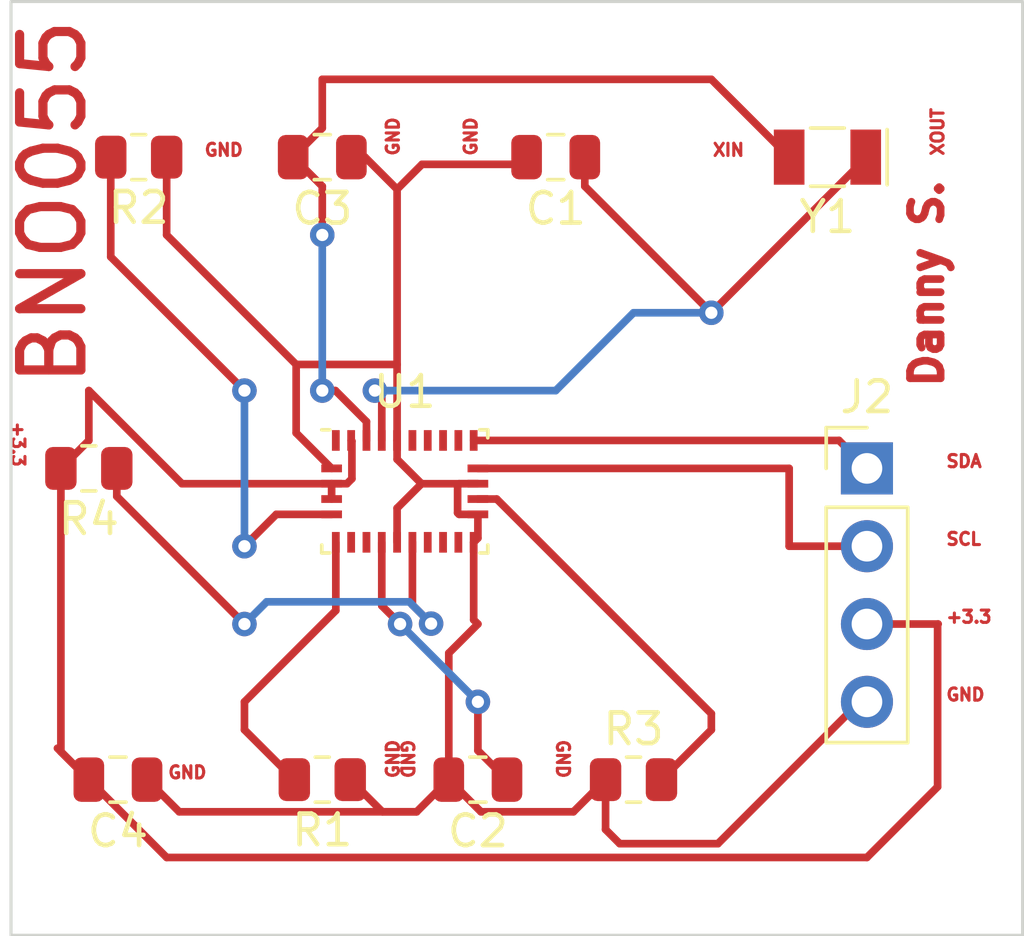
<source format=kicad_pcb>
(kicad_pcb (version 20221018) (generator pcbnew)
  (layers (0 "F.Cu" signal) (31 "B.Cu" signal) (34 "B.Paste" user) (35 "F.Paste" user) (36 "B.SilkS" user "B.Silkscreen") (37 "F.SilkS" user "F.Silkscreen") (38 "B.Mask" user) (39 "F.Mask" user) (44 "Edge.Cuts" user))
  (net 0 "")
  (net 1 "Net-(U1-XOUT32)")
  (net 2 "GND")
  (net 3 "Net-(U1-CAP)")
  (net 4 "Net-(U1-XIN32)")
  (net 5 "+3.3V")
  (net 6 "/SDA")
  (net 7 "/SCL")
  (net 8 "Net-(U1-PS0)")
  (net 9 "Net-(U1-PS1)")
  (net 10 "Net-(U1-COM3)")
  (net 11 "Net-(U1-~{RESET})")
  (footprint "Capacitor_SMD:C_0805_2012Metric" (layer "F.Cu") (at 142.24 86.36 180)
    (fp_text reference "C3" (at 0 -1.68) (layer "F.SilkS"))
    (fp_text value "22pF")
    (fp_line (start -0.261252 -0.735) (end 0.261252 -0.735) (stroke (width 0.12)) (layer "F.SilkS"))
    (fp_line (start -0.261252 0.735) (end 0.261252 0.735) (stroke (width 0.12)) (layer "F.SilkS"))
    (pad "1" smd roundrect (at -0.95 0 180) (size 1 1.45) (layers "F.Cu" "F.Paste" "F.Mask") (net 2 "GND"))
    (pad "2" smd roundrect (at 0.95 0 180) (size 1 1.45) (layers "F.Cu" "F.Paste" "F.Mask") (net 4 "Net-(U1-XIN32)"))
  )
  (footprint "Resistor_SMD:R_0805_2012Metric" (layer "F.Cu") (at 134.62 96.52 180)
    (fp_text reference "R4" (at 0 -1.65) (layer "F.SilkS"))
    (fp_text value "10K")
    (fp_line (start -0.227064 -0.735) (end 0.227064 -0.735) (stroke (width 0.12)) (layer "F.SilkS"))
    (fp_line (start -0.227064 0.735) (end 0.227064 0.735) (stroke (width 0.12)) (layer "F.SilkS"))
    (pad "1" smd roundrect (at -0.9125 0 180) (size 1.025 1.4) (layers "F.Cu" "F.Paste" "F.Mask") (roundrect_rratio 0.243902439) (net 11 "Net-(U1-~{RESET})"))
    (pad "2" smd roundrect (at 0.9125 0 180) (size 1.025 1.4) (layers "F.Cu" "F.Paste" "F.Mask") (roundrect_rratio 0.243902439) (net 5 "+3.3V"))
  )
  (footprint "Resistor_SMD:R_0805_2012Metric" (layer "F.Cu") (at 136.2475 86.36 180)
    (fp_text reference "R2" (at 0 -1.65) (layer "F.SilkS"))
    (fp_text value "10K")
    (fp_line (start -0.227064 -0.735) (end 0.227064 -0.735) (stroke (width 0.12)) (layer "F.SilkS"))
    (fp_line (start -0.227064 0.735) (end 0.227064 0.735) (stroke (width 0.12)) (layer "F.SilkS"))
    (pad "1" smd roundrect (at -0.9125 0 180) (size 1.025 1.4) (layers "F.Cu" "F.Paste" "F.Mask") (roundrect_rratio 0.243902439) (net 2 "GND"))
    (pad "2" smd roundrect (at 0.9125 0 180) (size 1.025 1.4) (layers "F.Cu" "F.Paste" "F.Mask") (roundrect_rratio 0.243902439) (net 9 "Net-(U1-PS1)"))
  )
  (footprint "Resistor_SMD:R_0805_2012Metric" (layer "F.Cu") (at 152.4 106.68)
    (fp_text reference "R3" (at 0 -1.65) (layer "F.SilkS"))
    (fp_text value "10K")
    (fp_line (start -0.227064 -0.735) (end 0.227064 -0.735) (stroke (width 0.12)) (layer "F.SilkS"))
    (fp_line (start -0.227064 0.735) (end 0.227064 0.735) (stroke (width 0.12)) (layer "F.SilkS"))
    (pad "1" smd roundrect (at -0.9125 0) (size 1.025 1.4) (layers "F.Cu" "F.Paste" "F.Mask") (roundrect_rratio 0.243902439) (net 2 "GND"))
    (pad "2" smd roundrect (at 0.9125 0) (size 1.025 1.4) (layers "F.Cu" "F.Paste" "F.Mask") (roundrect_rratio 0.243902439) (net 10 "Net-(U1-COM3)"))
  )
  (footprint "Crystal:Crystal_SMD_MicroCrystal_CC7V-T1A-2Pin_3.2x1.5mm" (layer "F.Cu") (at 158.73 86.36 180)
    (fp_text reference "Y1" (at 0 -1.95) (layer "F.SilkS"))
    (fp_text value "32.768kHz")
    (fp_line (start -1.95 -0.9) (end -1.95 0.9) (stroke (width 0.12)) (layer "F.SilkS"))
    (fp_line (start -0.55 -0.95) (end 0.55 -0.95) (stroke (width 0.12)) (layer "F.SilkS"))
    (fp_line (start -0.55 0.95) (end 0.55 0.95) (stroke (width 0.12)) (layer "F.SilkS"))
    (pad "1" smd rect (at -1.25 0 180) (size 1 1.8) (layers "F.Cu" "F.Paste" "F.Mask") (net 1 "Net-(U1-XOUT32)"))
    (pad "2" smd rect (at 1.25 0 180) (size 1 1.8) (layers "F.Cu" "F.Paste" "F.Mask") (net 4 "Net-(U1-XIN32)"))
  )
  (footprint "Capacitor_SMD:C_0805_2012Metric" (layer "F.Cu") (at 135.57 106.68 180)
    (fp_text reference "C4" (at 0 -1.68) (layer "F.SilkS"))
    (fp_text value "0.1uF")
    (fp_line (start -0.261252 -0.735) (end 0.261252 -0.735) (stroke (width 0.12)) (layer "F.SilkS"))
    (fp_line (start -0.261252 0.735) (end 0.261252 0.735) (stroke (width 0.12)) (layer "F.SilkS"))
    (pad "1" smd roundrect (at -0.95 0 180) (size 1 1.45) (layers "F.Cu" "F.Paste" "F.Mask") (net 2 "GND"))
    (pad "2" smd roundrect (at 0.95 0 180) (size 1 1.45) (layers "F.Cu" "F.Paste" "F.Mask") (net 5 "+3.3V"))
  )
  (footprint "Capacitor_SMD:C_0805_2012Metric" (layer "F.Cu") (at 147.32 106.68 180)
    (fp_text reference "C2" (at 0 -1.68) (layer "F.SilkS"))
    (fp_text value "0.1uF")
    (fp_line (start -0.261252 -0.735) (end 0.261252 -0.735) (stroke (width 0.12)) (layer "F.SilkS"))
    (fp_line (start -0.261252 0.735) (end 0.261252 0.735) (stroke (width 0.12)) (layer "F.SilkS"))
    (pad "1" smd roundrect (at -0.95 0 180) (size 1 1.45) (layers "F.Cu" "F.Paste" "F.Mask") (net 3 "Net-(U1-CAP)"))
    (pad "2" smd roundrect (at 0.95 0 180) (size 1 1.45) (layers "F.Cu" "F.Paste" "F.Mask") (net 2 "GND"))
  )
  (footprint "Capacitor_SMD:C_0805_2012Metric" (layer "F.Cu") (at 149.86 86.36 180)
    (fp_text reference "C1" (at 0 -1.68) (layer "F.SilkS"))
    (fp_text value "22pF")
    (fp_line (start -0.261252 -0.735) (end 0.261252 -0.735) (stroke (width 0.12)) (layer "F.SilkS"))
    (fp_line (start -0.261252 0.735) (end 0.261252 0.735) (stroke (width 0.12)) (layer "F.SilkS"))
    (pad "1" smd roundrect (at -0.95 0 180) (size 1 1.45) (layers "F.Cu" "F.Paste" "F.Mask") (net 1 "Net-(U1-XOUT32)"))
    (pad "2" smd roundrect (at 0.95 0 180) (size 1 1.45) (layers "F.Cu" "F.Paste" "F.Mask") (net 2 "GND"))
  )
  (footprint "Package_LGA:LGA-28_5.2x3.8mm_P0.5mm" (layer "F.Cu") (at 144.9325 97.27)
    (fp_text reference "U1" (at 0 -3.25) (layer "F.SilkS"))
    (fp_text value "BNO055")
    (fp_line (start -2.71 -2.01) (end -2.45 -2.01) (stroke (width 0.12)) (layer "F.SilkS"))
    (fp_line (start -2.71 2.01) (end -2.71 1.75) (stroke (width 0.12)) (layer "F.SilkS"))
    (fp_line (start -2.71 2.01) (end -2.45 2.01) (stroke (width 0.12)) (layer "F.SilkS"))
    (fp_line (start 2.71 -2.01) (end 2.45 -2.01) (stroke (width 0.12)) (layer "F.SilkS"))
    (fp_line (start 2.71 -2.01) (end 2.71 -1.75) (stroke (width 0.12)) (layer "F.SilkS"))
    (fp_line (start 2.71 2.01) (end 2.45 2.01) (stroke (width 0.12)) (layer "F.SilkS"))
    (fp_line (start 2.71 2.01) (end 2.71 1.75) (stroke (width 0.12)) (layer "F.SilkS"))
    (pad "1" smd rect (at -2.25 -1.6625) (size 0.254 0.675) (layers "F.Cu" "F.Paste" "F.Mask"))
    (pad "2" smd rect (at -2.3875 -0.75 90) (size 0.254 0.675) (layers "F.Cu" "F.Paste" "F.Mask") (net 2 "GND"))
    (pad "3" smd rect (at -2.3875 -0.25 90) (size 0.254 0.675) (layers "F.Cu" "F.Paste" "F.Mask") (net 5 "+3.3V"))
    (pad "4" smd rect (at -2.3875 0.25 90) (size 0.254 0.675) (layers "F.Cu" "F.Paste" "F.Mask") (net 5 "+3.3V"))
    (pad "5" smd rect (at -2.3875 0.75 90) (size 0.254 0.675) (layers "F.Cu" "F.Paste" "F.Mask") (net 9 "Net-(U1-PS1)"))
    (pad "6" smd rect (at -2.25 1.6625) (size 0.254 0.675) (layers "F.Cu" "F.Paste" "F.Mask") (net 8 "Net-(U1-PS0)"))
    (pad "7" smd rect (at -1.75 1.6625) (size 0.254 0.675) (layers "F.Cu" "F.Paste" "F.Mask"))
    (pad "8" smd rect (at -1.25 1.6625) (size 0.254 0.675) (layers "F.Cu" "F.Paste" "F.Mask"))
    (pad "9" smd rect (at -0.75 1.6625) (size 0.254 0.675) (layers "F.Cu" "F.Paste" "F.Mask") (net 3 "Net-(U1-CAP)"))
    (pad "10" smd rect (at -0.25 1.6625) (size 0.254 0.675) (layers "F.Cu" "F.Paste" "F.Mask") (net 2 "GND"))
    (pad "11" smd rect (at 0.25 1.6625) (size 0.254 0.675) (layers "F.Cu" "F.Paste" "F.Mask") (net 11 "Net-(U1-~{RESET})"))
    (pad "12" smd rect (at 0.75 1.6625) (size 0.254 0.675) (layers "F.Cu" "F.Paste" "F.Mask"))
    (pad "13" smd rect (at 1.25 1.6625) (size 0.254 0.675) (layers "F.Cu" "F.Paste" "F.Mask"))
    (pad "14" smd rect (at 1.75 1.6625) (size 0.254 0.675) (layers "F.Cu" "F.Paste" "F.Mask"))
    (pad "15" smd rect (at 2.25 1.6625) (size 0.254 0.675) (layers "F.Cu" "F.Paste" "F.Mask") (net 2 "GND"))
    (pad "16" smd rect (at 2.3875 0.75 90) (size 0.254 0.675) (layers "F.Cu" "F.Paste" "F.Mask") (net 2 "GND"))
    (pad "17" smd rect (at 2.3875 0.25 90) (size 0.254 0.675) (layers "F.Cu" "F.Paste" "F.Mask") (net 10 "Net-(U1-COM3)"))
    (pad "18" smd rect (at 2.3875 -0.25 90) (size 0.254 0.675) (layers "F.Cu" "F.Paste" "F.Mask") (net 2 "GND"))
    (pad "19" smd rect (at 2.3875 -0.75 90) (size 0.254 0.675) (layers "F.Cu" "F.Paste" "F.Mask") (net 7 "/SCL"))
    (pad "20" smd rect (at 2.25 -1.6625) (size 0.254 0.675) (layers "F.Cu" "F.Paste" "F.Mask") (net 6 "/SDA"))
    (pad "21" smd rect (at 1.75 -1.6625) (size 0.254 0.675) (layers "F.Cu" "F.Paste" "F.Mask"))
    (pad "22" smd rect (at 1.25 -1.6625) (size 0.254 0.675) (layers "F.Cu" "F.Paste" "F.Mask"))
    (pad "23" smd rect (at 0.75 -1.6625) (size 0.254 0.675) (layers "F.Cu" "F.Paste" "F.Mask"))
    (pad "24" smd rect (at 0.25 -1.6625) (size 0.254 0.675) (layers "F.Cu" "F.Paste" "F.Mask"))
    (pad "25" smd rect (at -0.25 -1.6625) (size 0.254 0.675) (layers "F.Cu" "F.Paste" "F.Mask") (net 2 "GND"))
    (pad "26" smd rect (at -0.75 -1.6625) (size 0.254 0.675) (layers "F.Cu" "F.Paste" "F.Mask") (net 1 "Net-(U1-XOUT32)"))
    (pad "27" smd rect (at -1.25 -1.6625) (size 0.254 0.675) (layers "F.Cu" "F.Paste" "F.Mask") (net 4 "Net-(U1-XIN32)"))
    (pad "28" smd rect (at -1.75 -1.6625) (size 0.254 0.675) (layers "F.Cu" "F.Paste" "F.Mask") (net 5 "+3.3V"))
  )
  (footprint "Connector_PinHeader_2.54mm:PinHeader_1x04_P2.54mm_Vertical" (layer "F.Cu") (at 160.02 96.52)
    (fp_text reference "J2" (at 0 -2.33) (layer "F.SilkS"))
    (fp_text value "Conn_01x04")
    (fp_line (start -1.33 -1.33) (end 0 -1.33) (stroke (width 0.12)) (layer "F.SilkS"))
    (fp_line (start -1.33 0) (end -1.33 -1.33) (stroke (width 0.12)) (layer "F.SilkS"))
    (fp_line (start -1.33 1.27) (end -1.33 8.95) (stroke (width 0.12)) (layer "F.SilkS"))
    (fp_line (start -1.33 1.27) (end 1.33 1.27) (stroke (width 0.12)) (layer "F.SilkS"))
    (fp_line (start -1.33 8.95) (end 1.33 8.95) (stroke (width 0.12)) (layer "F.SilkS"))
    (fp_line (start 1.33 1.27) (end 1.33 8.95) (stroke (width 0.12)) (layer "F.SilkS"))
    (pad "1" thru_hole rect (at 0 0) (size 1.7 1.7) (drill 1) (layers "*.Cu" "*.Mask") (net 6 "/SDA"))
    (pad "2" thru_hole oval (at 0 2.54) (size 1.7 1.7) (drill 1) (layers "*.Cu" "*.Mask") (net 7 "/SCL"))
    (pad "3" thru_hole oval (at 0 5.08) (size 1.7 1.7) (drill 1) (layers "*.Cu" "*.Mask") (net 5 "+3.3V"))
    (pad "4" thru_hole oval (at 0 7.62) (size 1.7 1.7) (drill 1) (layers "*.Cu" "*.Mask") (net 2 "GND"))
  )
  (footprint "Resistor_SMD:R_0805_2012Metric" (layer "F.Cu") (at 142.24 106.68 180)
    (fp_text reference "R1" (at 0 -1.65) (layer "F.SilkS"))
    (fp_text value "10K")
    (fp_line (start -0.227064 -0.735) (end 0.227064 -0.735) (stroke (width 0.12)) (layer "F.SilkS"))
    (fp_line (start -0.227064 0.735) (end 0.227064 0.735) (stroke (width 0.12)) (layer "F.SilkS"))
    (pad "1" smd roundrect (at -0.9125 0 180) (size 1.025 1.4) (layers "F.Cu" "F.Paste" "F.Mask") (roundrect_rratio 0.243902439) (net 2 "GND"))
    (pad "2" smd roundrect (at 0.9125 0 180) (size 1.025 1.4) (layers "F.Cu" "F.Paste" "F.Mask") (roundrect_rratio 0.243902439) (net 8 "Net-(U1-PS0)"))
  )
  (gr_rect (start 132.08 81.28) (end 165.1 111.76) (stroke (width 0.1)) (fill none) (layer "Edge.Cuts"))
  (gr_text "XOUT" (at 162.56 86.36 90) (layer "F.Cu") (effects (font (size 0.4 0.4) (thickness 0.1) bold) (justify left bottom)))
  (gr_text "GND" (at 144.78 86.36 90) (layer "F.Cu") (effects (font (size 0.4 0.4) (thickness 0.1) bold) (justify left bottom)))
  (gr_text "GND" (at 162.56 104.14) (layer "F.Cu") (effects (font (size 0.4 0.4) (thickness 0.1) bold) (justify left bottom)))
  (gr_text "+3.3" (at 132.08 96.52 -90) (layer "F.Cu") (effects (font (size 0.4 0.4) (thickness 0.1) bold) (justify right bottom)))
  (gr_text "XIN" (at 154.94 86.36) (layer "F.Cu") (effects (font (size 0.4 0.4) (thickness 0.1) bold) (justify left bottom)))
  (gr_text "+3.3" (at 162.56 101.6) (layer "F.Cu") (effects (font (size 0.4 0.4) (thickness 0.1) bold) (justify left bottom)))
  (gr_text "BNO055" (at 134.62 93.98 90) (layer "F.Cu") (effects (font (size 2 2) (thickness 0.3) bold) (justify left bottom)))
  (gr_text "GND" (at 149.86 106.68 -90) (layer "F.Cu") (effects (font (size 0.4 0.4) (thickness 0.1) bold) (justify right bottom)))
  (gr_text "SCL" (at 162.56 99.06) (layer "F.Cu") (effects (font (size 0.4 0.4) (thickness 0.1) bold) (justify left bottom)))
  (gr_text "GND" (at 139.7 86.36) (layer "F.Cu") (effects (font (size 0.4 0.4) (thickness 0.1) bold) (justify right bottom)))
  (gr_text "GND" (at 137.16 106.68) (layer "F.Cu") (effects (font (size 0.4 0.4) (thickness 0.1) bold) (justify left bottom)))
  (gr_text "SDA" (at 162.56 96.52) (layer "F.Cu") (effects (font (size 0.4 0.4) (thickness 0.1) bold) (justify left bottom)))
  (gr_text "GND" (at 144.78 106.68 90) (layer "F.Cu") (effects (font (size 0.4 0.4) (thickness 0.1) bold) (justify left bottom)))
  (gr_text "GND" (at 144.78 106.68 -90) (layer "F.Cu") (effects (font (size 0.4 0.4) (thickness 0.1) bold) (justify right bottom)))
  (gr_text "Danny S." (at 162.56 93.98 90) (layer "F.Cu") (effects (font (size 1 1) (thickness 0.25) bold) (justify left bottom)))
  (gr_text "GND" (at 147.32 86.36 90) (layer "F.Cu") (effects (font (size 0.4 0.4) (thickness 0.1) bold) (justify left bottom)))
  (segment (start 159.98 86.36) (end 159.98 86.4) (width 0.25) (layer "F.Cu") (net 1))
  (segment (start 144.1825 94.2045) (end 143.958 93.98) (width 0.25) (layer "F.Cu") (net 1))
  (segment (start 150.81 87.31) (end 154.94 91.44) (width 0.25) (layer "F.Cu") (net 1))
  (segment (start 144.1825 95.6075) (end 144.1825 94.2045) (width 0.25) (layer "F.Cu") (net 1))
  (segment (start 160.02 86.36) (end 159.98 86.36) (width 0.25) (layer "F.Cu") (net 1))
  (segment (start 150.81 86.36) (end 150.81 87.31) (width 0.25) (layer "F.Cu") (net 1))
  (segment (start 159.98 86.4) (end 154.94 91.44) (width 0.25) (layer "F.Cu") (net 1))
  (via (at 143.958 93.98) (size 0.8) (drill 0.4) (layers "F.Cu" "B.Cu") (net 1))
  (via (at 154.94 91.44) (size 0.8) (drill 0.4) (layers "F.Cu" "B.Cu") (net 1))
  (segment (start 149.86 93.98) (end 152.4 91.44) (width 0.25) (layer "B.Cu") (net 1))
  (segment (start 152.4 91.44) (end 154.94 91.44) (width 0.25) (layer "B.Cu") (net 1))
  (segment (start 143.958 93.98) (end 149.86 93.98) (width 0.25) (layer "B.Cu") (net 1))
  (segment (start 147.32 101.6) (end 147.1825 101.4625) (width 0.25) (layer "F.Cu") (net 2))
  (segment (start 147.42 107.73) (end 146.37 106.68) (width 0.25) (layer "F.Cu") (net 2))
  (segment (start 137.16 88.9) (end 137.16 86.36) (width 0.25) (layer "F.Cu") (net 2))
  (segment (start 146.37 106.68) (end 146.37 102.55) (width 0.25) (layer "F.Cu") (net 2))
  (segment (start 150.4375 107.73) (end 147.42 107.73) (width 0.25) (layer "F.Cu") (net 2))
  (segment (start 146.37 102.55) (end 147.32 101.6) (width 0.25) (layer "F.Cu") (net 2))
  (segment (start 160.02 103.905305) (end 159.902652 104.022653) (width 0.25) (layer "F.Cu") (net 2))
  (segment (start 148.67606 86.59394) (end 145.49606 86.59394) (width 0.25) (layer "F.Cu") (net 2))
  (segment (start 146.6575 97.972) (end 146.7055 98.02) (width 0.25) (layer "F.Cu") (net 2))
  (segment (start 146.6575 97.068) (end 146.6575 97.972) (width 0.25) (layer "F.Cu") (net 2))
  (segment (start 151.4875 108.3075) (end 151.95 108.77) (width 0.25) (layer "F.Cu") (net 2))
  (segment (start 143.1525 106.68) (end 144.2025 107.73) (width 0.25) (layer "F.Cu") (net 2))
  (segment (start 143.635 86.36) (end 144.6825 87.4075) (width 0.25) (layer "F.Cu") (net 2))
  (segment (start 155.155305 108.77) (end 159.902653 104.022652) (width 0.25) (layer "F.Cu") (net 2))
  (segment (start 146.7055 98.02) (end 147.32 98.02) (width 0.25) (layer "F.Cu") (net 2))
  (segment (start 146.7055 97.02) (end 146.6575 97.068) (width 0.25) (layer "F.Cu") (net 2))
  (segment (start 141.3875 93.1275) (end 144.6825 93.1275) (width 0.25) (layer "F.Cu") (net 2))
  (segment (start 151.4875 106.68) (end 150.4375 107.73) (width 0.25) (layer "F.Cu") (net 2))
  (segment (start 141.3875 95.3625) (end 141.3875 93.1275) (width 0.25) (layer "F.Cu") (net 2))
  (segment (start 147.32 97.02) (end 146.7055 97.02) (width 0.25) (layer "F.Cu") (net 2))
  (segment (start 144.6825 96.222) (end 145.4805 97.02) (width 0.25) (layer "F.Cu") (net 2))
  (segment (start 147.32 98.795) (end 147.1825 98.9325) (width 0.25) (layer "F.Cu") (net 2))
  (segment (start 142.545 96.52) (end 141.3875 95.3625) (width 0.25) (layer "F.Cu") (net 2))
  (segment (start 144.6825 93.1275) (end 144.6825 95.6075) (width 0.25) (layer "F.Cu") (net 2))
  (segment (start 144.6825 95.6075) (end 144.6825 96.222) (width 0.25) (layer "F.Cu") (net 2))
  (segment (start 147.1825 101.4625) (end 147.1825 98.9325) (width 0.25) (layer "F.Cu") (net 2))
  (segment (start 151.4875 106.68) (end 151.4875 108.3075) (width 0.25) (layer "F.Cu") (net 2))
  (segment (start 137.16 88.9) (end 141.3875 93.1275) (width 0.25) (layer "F.Cu") (net 2))
  (segment (start 145.4805 97.02) (end 147.32 97.02) (width 0.25) (layer "F.Cu") (net 2))
  (segment (start 145.4805 97.02) (end 144.6825 97.818) (width 0.25) (layer "F.Cu") (net 2))
  (segment (start 145.32 107.73) (end 146.37 106.68) (width 0.25) (layer "F.Cu") (net 2))
  (segment (start 151.95 108.77) (end 155.155305 108.77) (width 0.25) (layer "F.Cu") (net 2))
  (segment (start 145.49606 86.59394) (end 144.6825 87.4075) (width 0.25) (layer "F.Cu") (net 2))
  (segment (start 136.52 106.68) (end 137.57 107.73) (width 0.25) (layer "F.Cu") (net 2))
  (segment (start 144.6825 87.4075) (end 144.6825 93.1275) (width 0.25) (layer "F.Cu") (net 2))
  (segment (start 143.19 86.36) (end 143.635 86.36) (width 0.25) (layer "F.Cu") (net 2))
  (segment (start 144.2025 107.73) (end 145.32 107.73) (width 0.25) (layer "F.Cu") (net 2))
  (segment (start 147.32 98.02) (end 147.32 98.795) (width 0.25) (layer "F.Cu") (net 2))
  (segment (start 148.91 86.36) (end 148.67606 86.59394) (width 0.25) (layer "F.Cu") (net 2))
  (segment (start 137.57 107.73) (end 145.32 107.73) (width 0.25) (layer "F.Cu") (net 2))
  (segment (start 144.6825 97.818) (end 144.6825 98.9325) (width 0.25) (layer "F.Cu") (net 2))
  (segment (start 147.32 105.73) (end 147.32 104.14) (width 0.25) (layer "F.Cu") (net 3))
  (segment (start 148.27 106.68) (end 147.32 105.73) (width 0.25) (layer "F.Cu") (net 3))
  (segment (start 144.78 101.6) (end 144.1825 101.0025) (width 0.25) (layer "F.Cu") (net 3))
  (segment (start 144.1825 101.0025) (end 144.1825 98.9325) (width 0.25) (layer "F.Cu") (net 3))
  (via (at 147.32 104.14) (size 0.8) (drill 0.4) (layers "F.Cu" "B.Cu") (net 3))
  (via (at 144.78 101.6) (size 0.8) (drill 0.4) (layers "F.Cu" "B.Cu") (net 3))
  (segment (start 147.32 104.14) (end 144.78 101.6) (width 0.25) (layer "B.Cu") (net 3))
  (segment (start 143.6825 94.993) (end 143.6825 95.6075) (width 0.25) (layer "F.Cu") (net 4))
  (segment (start 154.94 83.82) (end 157.48 86.36) (width 0.25) (layer "F.Cu") (net 4))
  (segment (start 142.24 88.9) (end 142.24 87.31) (width 0.25) (layer "F.Cu") (net 4))
  (segment (start 142.24 93.98) (end 142.6695 93.98) (width 0.25) (layer "F.Cu") (net 4))
  (segment (start 142.6695 93.98) (end 143.6825 94.993) (width 0.25) (layer "F.Cu") (net 4))
  (segment (start 142.24 83.82) (end 154.94 83.82) (width 0.25) (layer "F.Cu") (net 4))
  (segment (start 142.24 85.41) (end 142.24 83.82) (width 0.25) (layer "F.Cu") (net 4))
  (segment (start 141.29 86.36) (end 142.24 85.41) (width 0.25) (layer "F.Cu") (net 4))
  (segment (start 142.24 87.31) (end 141.29 86.36) (width 0.25) (layer "F.Cu") (net 4))
  (via (at 142.24 88.9) (size 0.8) (drill 0.4) (layers "F.Cu" "B.Cu") (net 4))
  (via (at 142.24 93.98) (size 0.8) (drill 0.4) (layers "F.Cu" "B.Cu") (net 4))
  (segment (start 142.24 88.9) (end 142.24 93.98) (width 0.25) (layer "B.Cu") (net 4))
  (segment (start 143.1825 95.6075) (end 143.2075 95.6325) (width 0.25) (layer "F.Cu") (net 5))
  (segment (start 137.16 109.22) (end 134.62 106.68) (width 0.25) (layer "F.Cu") (net 5))
  (segment (start 137.66 97.02) (end 142.545 97.02) (width 0.25) (layer "F.Cu") (net 5))
  (segment (start 143.2075 95.6325) (end 143.2075 96.8575) (width 0.25) (layer "F.Cu") (net 5))
  (segment (start 134.62 93.98) (end 137.66 97.02) (width 0.25) (layer "F.Cu") (net 5))
  (segment (start 160.02 101.6) (end 162.341907 101.6) (width 0.25) (layer "F.Cu") (net 5))
  (segment (start 133.7075 96.52) (end 133.7075 105.7675) (width 0.25) (layer "F.Cu") (net 5))
  (segment (start 143.2075 96.8575) (end 143.045 97.02) (width 0.25) (layer "F.Cu") (net 5))
  (segment (start 162.326059 101.615848) (end 162.326059 106.913941) (width 0.25) (layer "F.Cu") (net 5))
  (segment (start 133.7075 96.52) (end 134.62 95.6075) (width 0.25) (layer "F.Cu") (net 5))
  (segment (start 162.326059 106.913941) (end 160.02 109.22) (width 0.25) (layer "F.Cu") (net 5))
  (segment (start 162.341907 101.6) (end 162.326059 101.615848) (width 0.25) (layer "F.Cu") (net 5))
  (segment (start 143.045 97.02) (end 142.545 97.02) (width 0.25) (layer "F.Cu") (net 5))
  (segment (start 142.545 97.02) (end 142.545 97.52) (width 0.25) (layer "F.Cu") (net 5))
  (segment (start 133.7075 105.7675) (end 134.62 106.68) (width 0.25) (layer "F.Cu") (net 5))
  (segment (start 134.62 95.6075) (end 134.62 93.98) (width 0.25) (layer "F.Cu") (net 5))
  (segment (start 133.595 105.655) (end 134.62 106.68) (width 0.25) (layer "F.Cu") (net 5))
  (segment (start 160.02 109.22) (end 137.16 109.22) (width 0.25) (layer "F.Cu") (net 5))
  (segment (start 147.1825 95.6075) (end 159.1075 95.6075) (width 0.25) (layer "F.Cu") (net 6))
  (segment (start 159.1075 95.6075) (end 160.02 96.52) (width 0.25) (layer "F.Cu") (net 6))
  (segment (start 157.48 96.52) (end 147.32 96.52) (width 0.25) (layer "F.Cu") (net 7))
  (segment (start 157.48 96.52) (end 157.48 99.06) (width 0.25) (layer "F.Cu") (net 7))
  (segment (start 157.48 99.06) (end 160.02 99.06) (width 0.25) (layer "F.Cu") (net 7))
  (segment (start 139.7 105.0525) (end 139.7 104.14) (width 0.25) (layer "F.Cu") (net 8))
  (segment (start 139.7 104.14) (end 142.6825 101.1575) (width 0.25) (layer "F.Cu") (net 8))
  (segment (start 141.3275 106.68) (end 139.7 105.0525) (width 0.25) (layer "F.Cu") (net 8))
  (segment (start 142.6825 101.1575) (end 142.6825 98.9325) (width 0.25) (layer "F.Cu") (net 8))
  (segment (start 135.335 89.615) (end 139.7 93.98) (width 0.25) (layer "F.Cu") (net 9))
  (segment (start 135.335 89.615) (end 135.335 86.36) (width 0.25) (layer "F.Cu") (net 9))
  (segment (start 139.7 99.06) (end 140.74 98.02) (width 0.25) (layer "F.Cu") (net 9))
  (segment (start 140.74 98.02) (end 142.545 98.02) (width 0.25) (layer "F.Cu") (net 9))
  (via (at 139.7 99.06) (size 0.8) (drill 0.4) (layers "F.Cu" "B.Cu") (net 9))
  (via (at 139.7 93.98) (size 0.8) (drill 0.4) (layers "F.Cu" "B.Cu") (net 9))
  (segment (start 139.7 93.98) (end 139.7 99.06) (width 0.25) (layer "B.Cu") (net 9))
  (segment (start 147.9345 97.52) (end 147.32 97.52) (width 0.25) (layer "F.Cu") (net 10))
  (segment (start 153.3125 106.68) (end 154.94 105.0525) (width 0.25) (layer "F.Cu") (net 10))
  (segment (start 154.94 104.5255) (end 147.9345 97.52) (width 0.25) (layer "F.Cu") (net 10))
  (segment (start 154.94 105.0525) (end 154.94 104.5255) (width 0.25) (layer "F.Cu") (net 10))
  (segment (start 145.1825 100.977901) (end 145.1825 98.9325) (width 0.25) (layer "F.Cu") (net 11))
  (segment (start 145.792051 101.587452) (end 145.1825 100.977901) (width 0.25) (layer "F.Cu") (net 11))
  (segment (start 135.5325 96.52) (end 135.5325 97.4325) (width 0.25) (layer "F.Cu") (net 11))
  (segment (start 135.5325 97.4325) (end 139.7 101.6) (width 0.25) (layer "F.Cu") (net 11))
  (via (at 139.7 101.6) (size 0.8) (drill 0.4) (layers "F.Cu" "B.Cu") (net 11))
  (via (at 145.792051 101.587452) (size 0.8) (drill 0.4) (layers "F.Cu" "B.Cu") (net 11))
  (segment (start 145.079599 100.875) (end 140.425 100.875) (width 0.25) (layer "B.Cu") (net 11))
  (segment (start 140.425 100.875) (end 139.7 101.6) (width 0.25) (layer "B.Cu") (net 11))
  (segment (start 145.792051 101.587452) (end 145.079599 100.875) (width 0.25) (layer "B.Cu") (net 11))
)
</source>
